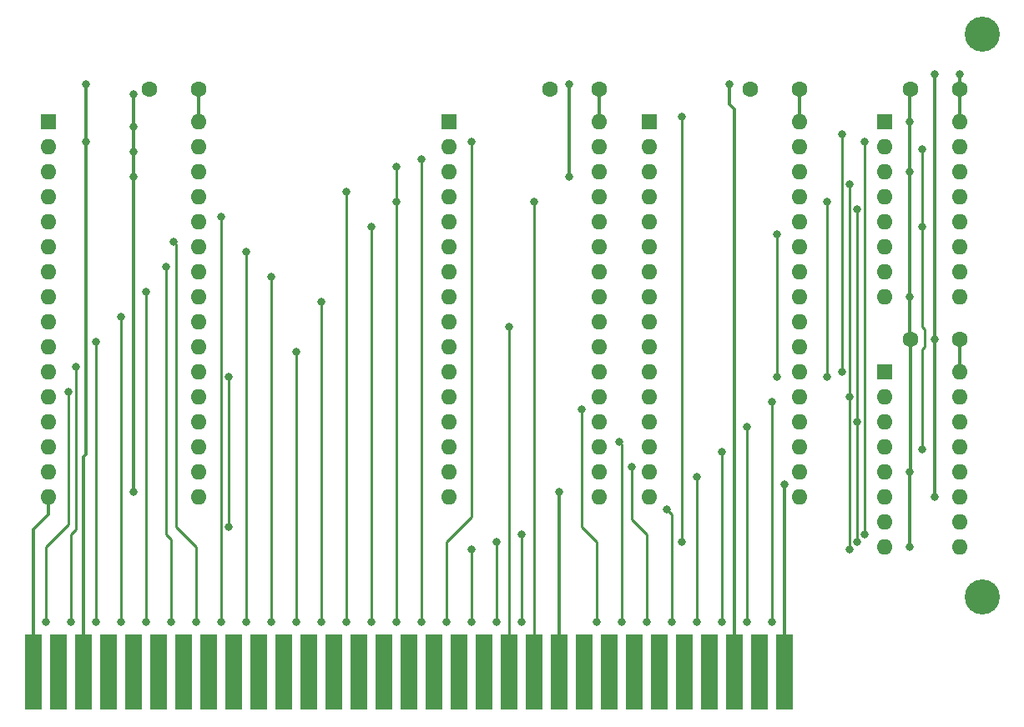
<source format=gbr>
G04 #@! TF.GenerationSoftware,KiCad,Pcbnew,(5.1.8)-1*
G04 #@! TF.CreationDate,2022-10-19T08:29:44-06:00*
G04 #@! TF.ProjectId,64k 640k,36346b20-3634-4306-9b2e-6b696361645f,rev?*
G04 #@! TF.SameCoordinates,Original*
G04 #@! TF.FileFunction,Copper,L2,Bot*
G04 #@! TF.FilePolarity,Positive*
%FSLAX46Y46*%
G04 Gerber Fmt 4.6, Leading zero omitted, Abs format (unit mm)*
G04 Created by KiCad (PCBNEW (5.1.8)-1) date 2022-10-19 08:29:44*
%MOMM*%
%LPD*%
G01*
G04 APERTURE LIST*
G04 #@! TA.AperFunction,ComponentPad*
%ADD10O,1.600000X1.600000*%
G04 #@! TD*
G04 #@! TA.AperFunction,ComponentPad*
%ADD11R,1.600000X1.600000*%
G04 #@! TD*
G04 #@! TA.AperFunction,ComponentPad*
%ADD12C,1.600000*%
G04 #@! TD*
G04 #@! TA.AperFunction,ConnectorPad*
%ADD13R,1.780000X7.620000*%
G04 #@! TD*
G04 #@! TA.AperFunction,ComponentPad*
%ADD14C,3.556000*%
G04 #@! TD*
G04 #@! TA.AperFunction,ViaPad*
%ADD15C,0.800000*%
G04 #@! TD*
G04 #@! TA.AperFunction,Conductor*
%ADD16C,0.250000*%
G04 #@! TD*
G04 #@! TA.AperFunction,Conductor*
%ADD17C,0.330200*%
G04 #@! TD*
G04 APERTURE END LIST*
D10*
G04 #@! TO.P,U1,32*
G04 #@! TO.N,VCC*
X102100380Y-73888600D03*
G04 #@! TO.P,U1,16*
G04 #@! TO.N,GND*
X86860380Y-111988600D03*
G04 #@! TO.P,U1,31*
G04 #@! TO.N,VCC*
X102100380Y-76428600D03*
G04 #@! TO.P,U1,15*
G04 #@! TO.N,/D2*
X86860380Y-109448600D03*
G04 #@! TO.P,U1,30*
G04 #@! TO.N,GND*
X102100380Y-78968600D03*
G04 #@! TO.P,U1,14*
G04 #@! TO.N,/D1*
X86860380Y-106908600D03*
G04 #@! TO.P,U1,29*
G04 #@! TO.N,/A14*
X102100380Y-81508600D03*
G04 #@! TO.P,U1,13*
G04 #@! TO.N,/D0*
X86860380Y-104368600D03*
G04 #@! TO.P,U1,28*
G04 #@! TO.N,/A13*
X102100380Y-84048600D03*
G04 #@! TO.P,U1,12*
G04 #@! TO.N,/A0*
X86860380Y-101828600D03*
G04 #@! TO.P,U1,27*
G04 #@! TO.N,/A8*
X102100380Y-86588600D03*
G04 #@! TO.P,U1,11*
G04 #@! TO.N,/A1*
X86860380Y-99288600D03*
G04 #@! TO.P,U1,26*
G04 #@! TO.N,/A9*
X102100380Y-89128600D03*
G04 #@! TO.P,U1,10*
G04 #@! TO.N,/A2*
X86860380Y-96748600D03*
G04 #@! TO.P,U1,25*
G04 #@! TO.N,/A11*
X102100380Y-91668600D03*
G04 #@! TO.P,U1,9*
G04 #@! TO.N,/A3*
X86860380Y-94208600D03*
G04 #@! TO.P,U1,24*
G04 #@! TO.N,/MRD*
X102100380Y-94208600D03*
G04 #@! TO.P,U1,8*
G04 #@! TO.N,/A4*
X86860380Y-91668600D03*
G04 #@! TO.P,U1,23*
G04 #@! TO.N,/A10*
X102100380Y-96748600D03*
G04 #@! TO.P,U1,7*
G04 #@! TO.N,/A5*
X86860380Y-89128600D03*
G04 #@! TO.P,U1,22*
G04 #@! TO.N,/64K_ROM_CS*
X102100380Y-99288600D03*
G04 #@! TO.P,U1,6*
G04 #@! TO.N,/A6*
X86860380Y-86588600D03*
G04 #@! TO.P,U1,21*
G04 #@! TO.N,/D7*
X102100380Y-101828600D03*
G04 #@! TO.P,U1,5*
G04 #@! TO.N,/A7*
X86860380Y-84048600D03*
G04 #@! TO.P,U1,20*
G04 #@! TO.N,/D6*
X102100380Y-104368600D03*
G04 #@! TO.P,U1,4*
G04 #@! TO.N,/A12*
X86860380Y-81508600D03*
G04 #@! TO.P,U1,19*
G04 #@! TO.N,/D5*
X102100380Y-106908600D03*
G04 #@! TO.P,U1,3*
G04 #@! TO.N,/A15*
X86860380Y-78968600D03*
G04 #@! TO.P,U1,18*
G04 #@! TO.N,/D4*
X102100380Y-109448600D03*
G04 #@! TO.P,U1,2*
G04 #@! TO.N,GND*
X86860380Y-76428600D03*
G04 #@! TO.P,U1,17*
G04 #@! TO.N,/D3*
X102100380Y-111988600D03*
D11*
G04 #@! TO.P,U1,1*
G04 #@! TO.N,GND*
X86860380Y-73888600D03*
G04 #@! TD*
D12*
G04 #@! TO.P,C1,2*
G04 #@! TO.N,VCC*
X102100380Y-70586600D03*
G04 #@! TO.P,C1,1*
G04 #@! TO.N,GND*
X97100380Y-70586600D03*
G04 #@! TD*
D10*
G04 #@! TO.P,U3,32*
G04 #@! TO.N,VCC*
X142740380Y-73888600D03*
G04 #@! TO.P,U3,16*
G04 #@! TO.N,GND*
X127500380Y-111988600D03*
G04 #@! TO.P,U3,31*
G04 #@! TO.N,/A15*
X142740380Y-76428600D03*
G04 #@! TO.P,U3,15*
G04 #@! TO.N,/D2*
X127500380Y-109448600D03*
G04 #@! TO.P,U3,30*
G04 #@! TO.N,VCC*
X142740380Y-78968600D03*
G04 #@! TO.P,U3,14*
G04 #@! TO.N,/D1*
X127500380Y-106908600D03*
G04 #@! TO.P,U3,29*
G04 #@! TO.N,/MWR*
X142740380Y-81508600D03*
G04 #@! TO.P,U3,13*
G04 #@! TO.N,/D0*
X127500380Y-104368600D03*
G04 #@! TO.P,U3,28*
G04 #@! TO.N,/A13*
X142740380Y-84048600D03*
G04 #@! TO.P,U3,12*
G04 #@! TO.N,/A0*
X127500380Y-101828600D03*
G04 #@! TO.P,U3,27*
G04 #@! TO.N,/A8*
X142740380Y-86588600D03*
G04 #@! TO.P,U3,11*
G04 #@! TO.N,/A1*
X127500380Y-99288600D03*
G04 #@! TO.P,U3,26*
G04 #@! TO.N,/A9*
X142740380Y-89128600D03*
G04 #@! TO.P,U3,10*
G04 #@! TO.N,/A2*
X127500380Y-96748600D03*
G04 #@! TO.P,U3,25*
G04 #@! TO.N,/A11*
X142740380Y-91668600D03*
G04 #@! TO.P,U3,9*
G04 #@! TO.N,/A3*
X127500380Y-94208600D03*
G04 #@! TO.P,U3,24*
G04 #@! TO.N,/MRD*
X142740380Y-94208600D03*
G04 #@! TO.P,U3,8*
G04 #@! TO.N,/A4*
X127500380Y-91668600D03*
G04 #@! TO.P,U3,23*
G04 #@! TO.N,/A10*
X142740380Y-96748600D03*
G04 #@! TO.P,U3,7*
G04 #@! TO.N,/A5*
X127500380Y-89128600D03*
G04 #@! TO.P,U3,22*
G04 #@! TO.N,/128K_CS*
X142740380Y-99288600D03*
G04 #@! TO.P,U3,6*
G04 #@! TO.N,/A6*
X127500380Y-86588600D03*
G04 #@! TO.P,U3,21*
G04 #@! TO.N,/D7*
X142740380Y-101828600D03*
G04 #@! TO.P,U3,5*
G04 #@! TO.N,/A7*
X127500380Y-84048600D03*
G04 #@! TO.P,U3,20*
G04 #@! TO.N,/D6*
X142740380Y-104368600D03*
G04 #@! TO.P,U3,4*
G04 #@! TO.N,/A12*
X127500380Y-81508600D03*
G04 #@! TO.P,U3,19*
G04 #@! TO.N,/D5*
X142740380Y-106908600D03*
G04 #@! TO.P,U3,3*
G04 #@! TO.N,/A14*
X127500380Y-78968600D03*
G04 #@! TO.P,U3,18*
G04 #@! TO.N,/D4*
X142740380Y-109448600D03*
G04 #@! TO.P,U3,2*
G04 #@! TO.N,/A16*
X127500380Y-76428600D03*
G04 #@! TO.P,U3,17*
G04 #@! TO.N,/D3*
X142740380Y-111988600D03*
D11*
G04 #@! TO.P,U3,1*
G04 #@! TO.N,Net-(U3-Pad1)*
X127500380Y-73888600D03*
G04 #@! TD*
D10*
G04 #@! TO.P,U4,32*
G04 #@! TO.N,VCC*
X163060380Y-73888600D03*
G04 #@! TO.P,U4,16*
G04 #@! TO.N,GND*
X147820380Y-111988600D03*
G04 #@! TO.P,U4,31*
G04 #@! TO.N,/A15*
X163060380Y-76428600D03*
G04 #@! TO.P,U4,15*
G04 #@! TO.N,/D2*
X147820380Y-109448600D03*
G04 #@! TO.P,U4,30*
G04 #@! TO.N,/A17*
X163060380Y-78968600D03*
G04 #@! TO.P,U4,14*
G04 #@! TO.N,/D1*
X147820380Y-106908600D03*
G04 #@! TO.P,U4,29*
G04 #@! TO.N,/MWR*
X163060380Y-81508600D03*
G04 #@! TO.P,U4,13*
G04 #@! TO.N,/D0*
X147820380Y-104368600D03*
G04 #@! TO.P,U4,28*
G04 #@! TO.N,/A13*
X163060380Y-84048600D03*
G04 #@! TO.P,U4,12*
G04 #@! TO.N,/A0*
X147820380Y-101828600D03*
G04 #@! TO.P,U4,27*
G04 #@! TO.N,/A8*
X163060380Y-86588600D03*
G04 #@! TO.P,U4,11*
G04 #@! TO.N,/A1*
X147820380Y-99288600D03*
G04 #@! TO.P,U4,26*
G04 #@! TO.N,/A9*
X163060380Y-89128600D03*
G04 #@! TO.P,U4,10*
G04 #@! TO.N,/A2*
X147820380Y-96748600D03*
G04 #@! TO.P,U4,25*
G04 #@! TO.N,/A11*
X163060380Y-91668600D03*
G04 #@! TO.P,U4,9*
G04 #@! TO.N,/A3*
X147820380Y-94208600D03*
G04 #@! TO.P,U4,24*
G04 #@! TO.N,/MRD*
X163060380Y-94208600D03*
G04 #@! TO.P,U4,8*
G04 #@! TO.N,/A4*
X147820380Y-91668600D03*
G04 #@! TO.P,U4,23*
G04 #@! TO.N,/A10*
X163060380Y-96748600D03*
G04 #@! TO.P,U4,7*
G04 #@! TO.N,/A5*
X147820380Y-89128600D03*
G04 #@! TO.P,U4,22*
G04 #@! TO.N,/512K_CS*
X163060380Y-99288600D03*
G04 #@! TO.P,U4,6*
G04 #@! TO.N,/A6*
X147820380Y-86588600D03*
G04 #@! TO.P,U4,21*
G04 #@! TO.N,/D7*
X163060380Y-101828600D03*
G04 #@! TO.P,U4,5*
G04 #@! TO.N,/A7*
X147820380Y-84048600D03*
G04 #@! TO.P,U4,20*
G04 #@! TO.N,/D6*
X163060380Y-104368600D03*
G04 #@! TO.P,U4,4*
G04 #@! TO.N,/A12*
X147820380Y-81508600D03*
G04 #@! TO.P,U4,19*
G04 #@! TO.N,/D5*
X163060380Y-106908600D03*
G04 #@! TO.P,U4,3*
G04 #@! TO.N,/A14*
X147820380Y-78968600D03*
G04 #@! TO.P,U4,18*
G04 #@! TO.N,/D4*
X163060380Y-109448600D03*
G04 #@! TO.P,U4,2*
G04 #@! TO.N,/A16*
X147820380Y-76428600D03*
G04 #@! TO.P,U4,17*
G04 #@! TO.N,/D3*
X163060380Y-111988600D03*
D11*
G04 #@! TO.P,U4,1*
G04 #@! TO.N,/A18*
X147820380Y-73888600D03*
G04 #@! TD*
D12*
G04 #@! TO.P,C6,2*
G04 #@! TO.N,VCC*
X179316380Y-95986600D03*
G04 #@! TO.P,C6,1*
G04 #@! TO.N,GND*
X174316380Y-95986600D03*
G04 #@! TD*
G04 #@! TO.P,C3,2*
G04 #@! TO.N,VCC*
X142740380Y-70586600D03*
G04 #@! TO.P,C3,1*
G04 #@! TO.N,GND*
X137740380Y-70586600D03*
G04 #@! TD*
D13*
G04 #@! TO.P,J9,31*
G04 #@! TO.N,GND*
X85336380Y-129768600D03*
G04 #@! TO.P,J9,30*
G04 #@! TO.N,/OSC88*
X87876380Y-129768600D03*
G04 #@! TO.P,J9,29*
G04 #@! TO.N,VCC*
X90416380Y-129768600D03*
G04 #@! TO.P,J9,28*
G04 #@! TO.N,/ALE*
X92956380Y-129768600D03*
G04 #@! TO.P,J9,27*
G04 #@! TO.N,/TC*
X95496380Y-129768600D03*
G04 #@! TO.P,J9,26*
G04 #@! TO.N,/DACK2*
X98036380Y-129768600D03*
G04 #@! TO.P,J9,25*
G04 #@! TO.N,/IRQ3*
X100576380Y-129768600D03*
G04 #@! TO.P,J9,24*
G04 #@! TO.N,/IRQ4*
X103116380Y-129768600D03*
G04 #@! TO.P,J9,23*
G04 #@! TO.N,/IRQ5*
X105656380Y-129768600D03*
G04 #@! TO.P,J9,22*
G04 #@! TO.N,/IRQ6*
X108196380Y-129768600D03*
G04 #@! TO.P,J9,21*
G04 #@! TO.N,/IRQ7*
X110736380Y-129768600D03*
G04 #@! TO.P,J9,20*
G04 #@! TO.N,/CLK88*
X113276380Y-129768600D03*
G04 #@! TO.P,J9,19*
G04 #@! TO.N,/REFRQ*
X115816380Y-129768600D03*
G04 #@! TO.P,J9,18*
G04 #@! TO.N,/DRQ1*
X118356380Y-129768600D03*
G04 #@! TO.P,J9,17*
G04 #@! TO.N,/DACK1*
X120896380Y-129768600D03*
G04 #@! TO.P,J9,16*
G04 #@! TO.N,/DRQ3*
X123436380Y-129768600D03*
G04 #@! TO.P,J9,15*
G04 #@! TO.N,/DACK3*
X125976380Y-129768600D03*
G04 #@! TO.P,J9,14*
G04 #@! TO.N,/IORD*
X128516380Y-129768600D03*
G04 #@! TO.P,J9,13*
G04 #@! TO.N,/IOWR*
X131056380Y-129768600D03*
G04 #@! TO.P,J9,12*
G04 #@! TO.N,/MRD*
X133596380Y-129768600D03*
G04 #@! TO.P,J9,11*
G04 #@! TO.N,/MWR*
X136136380Y-129768600D03*
G04 #@! TO.P,J9,10*
G04 #@! TO.N,GND*
X138676380Y-129768600D03*
G04 #@! TO.P,J9,9*
G04 #@! TO.N,/12+*
X141216380Y-129768600D03*
G04 #@! TO.P,J9,8*
G04 #@! TO.N,/NC*
X143756380Y-129768600D03*
G04 #@! TO.P,J9,7*
G04 #@! TO.N,/12-*
X146296380Y-129768600D03*
G04 #@! TO.P,J9,6*
G04 #@! TO.N,/DRQ2*
X148836380Y-129768600D03*
G04 #@! TO.P,J9,5*
G04 #@! TO.N,/5-*
X151376380Y-129768600D03*
G04 #@! TO.P,J9,4*
G04 #@! TO.N,/IRQ2*
X153916380Y-129768600D03*
G04 #@! TO.P,J9,3*
G04 #@! TO.N,VCC*
X156456380Y-129768600D03*
G04 #@! TO.P,J9,2*
G04 #@! TO.N,/RESOUT*
X158996380Y-129768600D03*
G04 #@! TO.P,J9,1*
G04 #@! TO.N,GND*
X161536380Y-129768600D03*
G04 #@! TD*
D14*
G04 #@! TO.P,R,1*
G04 #@! TO.N,/GND*
X181602380Y-122148600D03*
G04 #@! TD*
G04 #@! TO.P,R,1*
G04 #@! TO.N,N/C*
X181602380Y-64998600D03*
G04 #@! TD*
D10*
G04 #@! TO.P,U6,16*
G04 #@! TO.N,VCC*
X179316380Y-99288600D03*
G04 #@! TO.P,U6,8*
G04 #@! TO.N,GND*
X171696380Y-117068600D03*
G04 #@! TO.P,U6,15*
G04 #@! TO.N,Net-(U6-Pad15)*
X179316380Y-101828600D03*
G04 #@! TO.P,U6,7*
G04 #@! TO.N,/64K_ROM_CS*
X171696380Y-114528600D03*
G04 #@! TO.P,U6,14*
G04 #@! TO.N,Net-(U6-Pad14)*
X179316380Y-104368600D03*
G04 #@! TO.P,U6,6*
G04 #@! TO.N,VCC*
X171696380Y-111988600D03*
G04 #@! TO.P,U6,13*
G04 #@! TO.N,Net-(U6-Pad13)*
X179316380Y-106908600D03*
G04 #@! TO.P,U6,5*
G04 #@! TO.N,GND*
X171696380Y-109448600D03*
G04 #@! TO.P,U6,12*
G04 #@! TO.N,Net-(U6-Pad12)*
X179316380Y-109448600D03*
G04 #@! TO.P,U6,4*
G04 #@! TO.N,/UPPER_512K*
X171696380Y-106908600D03*
G04 #@! TO.P,U6,11*
G04 #@! TO.N,Net-(U6-Pad11)*
X179316380Y-111988600D03*
G04 #@! TO.P,U6,3*
G04 #@! TO.N,/A18*
X171696380Y-104368600D03*
G04 #@! TO.P,U6,10*
G04 #@! TO.N,Net-(U6-Pad10)*
X179316380Y-114528600D03*
G04 #@! TO.P,U6,2*
G04 #@! TO.N,/A17*
X171696380Y-101828600D03*
G04 #@! TO.P,U6,9*
G04 #@! TO.N,Net-(U6-Pad9)*
X179316380Y-117068600D03*
D11*
G04 #@! TO.P,U6,1*
G04 #@! TO.N,/A16*
X171696380Y-99288600D03*
G04 #@! TD*
D10*
G04 #@! TO.P,U5,16*
G04 #@! TO.N,VCC*
X179316380Y-73888600D03*
G04 #@! TO.P,U5,8*
G04 #@! TO.N,GND*
X171696380Y-91668600D03*
G04 #@! TO.P,U5,15*
G04 #@! TO.N,/UPPER_512K*
X179316380Y-76428600D03*
G04 #@! TO.P,U5,7*
G04 #@! TO.N,Net-(U5-Pad7)*
X171696380Y-89128600D03*
G04 #@! TO.P,U5,14*
G04 #@! TO.N,/A17*
X179316380Y-78968600D03*
G04 #@! TO.P,U5,6*
G04 #@! TO.N,Net-(U5-Pad6)*
X171696380Y-86588600D03*
G04 #@! TO.P,U5,13*
G04 #@! TO.N,/A18*
X179316380Y-81508600D03*
G04 #@! TO.P,U5,5*
G04 #@! TO.N,/UPPER_512K*
X171696380Y-84048600D03*
G04 #@! TO.P,U5,12*
G04 #@! TO.N,/128K_CS*
X179316380Y-84048600D03*
G04 #@! TO.P,U5,4*
G04 #@! TO.N,/512K_CS*
X171696380Y-81508600D03*
G04 #@! TO.P,U5,11*
G04 #@! TO.N,Net-(U5-Pad11)*
X179316380Y-86588600D03*
G04 #@! TO.P,U5,3*
G04 #@! TO.N,GND*
X171696380Y-78968600D03*
G04 #@! TO.P,U5,10*
G04 #@! TO.N,Net-(U5-Pad10)*
X179316380Y-89128600D03*
G04 #@! TO.P,U5,2*
G04 #@! TO.N,/A19*
X171696380Y-76428600D03*
G04 #@! TO.P,U5,9*
G04 #@! TO.N,Net-(U5-Pad9)*
X179316380Y-91668600D03*
D11*
G04 #@! TO.P,U5,1*
G04 #@! TO.N,GND*
X171696380Y-73888600D03*
G04 #@! TD*
D12*
G04 #@! TO.P,C5,2*
G04 #@! TO.N,VCC*
X179316380Y-70586600D03*
G04 #@! TO.P,C5,1*
G04 #@! TO.N,GND*
X174316380Y-70586600D03*
G04 #@! TD*
G04 #@! TO.P,C4,2*
G04 #@! TO.N,VCC*
X163060380Y-70586600D03*
G04 #@! TO.P,C4,1*
G04 #@! TO.N,GND*
X158060380Y-70586600D03*
G04 #@! TD*
D15*
G04 #@! TO.N,/D7*
X160266380Y-124688600D03*
X160266380Y-102336600D03*
G04 #@! TO.N,/D6*
X157726380Y-124688600D03*
X157726380Y-104876600D03*
G04 #@! TO.N,/D5*
X155186380Y-124688600D03*
X155186380Y-107416600D03*
G04 #@! TO.N,/D4*
X152646380Y-124688600D03*
X152646380Y-109956600D03*
G04 #@! TO.N,/D3*
X150106380Y-124688600D03*
X149598380Y-113258600D03*
G04 #@! TO.N,/D2*
X147566380Y-124688600D03*
X146042380Y-108940600D03*
G04 #@! TO.N,/D1*
X145026380Y-124688600D03*
X144772380Y-106400600D03*
G04 #@! TO.N,/D0*
X142486380Y-124688600D03*
X140962380Y-103098600D03*
G04 #@! TO.N,/A19*
X134866380Y-124688600D03*
X169664380Y-75920600D03*
X169664380Y-115798600D03*
X134866380Y-115798600D03*
G04 #@! TO.N,/A18*
X132326380Y-124688600D03*
X168902380Y-82778600D03*
X168902380Y-116560600D03*
X132326380Y-116560600D03*
X151122380Y-116560600D03*
X151122380Y-73380600D03*
X168902380Y-104368600D03*
G04 #@! TO.N,/A17*
X129786380Y-124688600D03*
X168140380Y-80238600D03*
X168140380Y-117322600D03*
X129786380Y-117322600D03*
X168140380Y-101828600D03*
G04 #@! TO.N,/A16*
X127246380Y-124688600D03*
X129786380Y-75920600D03*
X167378380Y-75158600D03*
X167378380Y-99288600D03*
G04 #@! TO.N,/A15*
X124706380Y-124688600D03*
X124706380Y-77698600D03*
G04 #@! TO.N,/A14*
X122166380Y-124688600D03*
X122166390Y-78460600D03*
X122166380Y-82016600D03*
G04 #@! TO.N,/A13*
X119626380Y-124688600D03*
X119626380Y-84556600D03*
G04 #@! TO.N,/A12*
X117086380Y-124688600D03*
X117086380Y-81000600D03*
G04 #@! TO.N,/A11*
X114546380Y-124688600D03*
X114546380Y-92176600D03*
G04 #@! TO.N,/A10*
X112006380Y-124688600D03*
X112006380Y-97256600D03*
G04 #@! TO.N,/A9*
X109466380Y-124688600D03*
X109466380Y-89636600D03*
G04 #@! TO.N,/A8*
X106926380Y-124688600D03*
X106926380Y-87096574D03*
G04 #@! TO.N,/A7*
X104386380Y-124688600D03*
X104386380Y-83540600D03*
G04 #@! TO.N,/A6*
X101846380Y-124688600D03*
X99560380Y-86080600D03*
G04 #@! TO.N,/A5*
X99306380Y-124688600D03*
X98798380Y-88620600D03*
G04 #@! TO.N,/A4*
X96766380Y-124688600D03*
X96766380Y-91160600D03*
G04 #@! TO.N,/A3*
X94226380Y-124688600D03*
X94226380Y-93700600D03*
G04 #@! TO.N,/A2*
X91686380Y-124688600D03*
X91686380Y-96240600D03*
G04 #@! TO.N,/A1*
X89146380Y-124688600D03*
X89654380Y-98780600D03*
G04 #@! TO.N,/A0*
X86606380Y-124688600D03*
X88892380Y-101320600D03*
G04 #@! TO.N,/MWR*
X136136380Y-82016600D03*
G04 #@! TO.N,/MRD*
X133596380Y-94716600D03*
G04 #@! TO.N,/512K_CS*
X165854380Y-99796600D03*
X165854380Y-82016600D03*
G04 #@! TO.N,/UPPER_512K*
X175506380Y-84556600D03*
X175506380Y-107162600D03*
X175506380Y-76682600D03*
G04 #@! TO.N,/128K_CS*
X160774380Y-99796600D03*
X160774380Y-85318600D03*
G04 #@! TO.N,VCC*
X179316380Y-69062600D03*
X176776380Y-69062600D03*
X176776380Y-95986600D03*
X155948380Y-70078600D03*
X139692380Y-70078600D03*
X139692380Y-79476600D03*
X90670380Y-70078600D03*
X176776380Y-111988600D03*
X90670380Y-75920600D03*
G04 #@! TO.N,GND*
X161536380Y-110718600D03*
X138676380Y-111480600D03*
X174236380Y-109448600D03*
X174236384Y-117068600D03*
X174236380Y-91668600D03*
X174236380Y-73888600D03*
X174236380Y-78968600D03*
X95496380Y-111480600D03*
X95496380Y-76936600D03*
X95496380Y-79476600D03*
X95496380Y-71094600D03*
X95496380Y-74396600D03*
G04 #@! TO.N,/64K_ROM_CS*
X105148380Y-115036600D03*
X105148380Y-99796600D03*
G04 #@! TD*
D16*
G04 #@! TO.N,/D7*
X160266380Y-124688600D02*
X160266380Y-102336600D01*
G04 #@! TO.N,/D6*
X157726380Y-124688600D02*
X157726380Y-104876600D01*
G04 #@! TO.N,/D5*
X155186380Y-124688600D02*
X155186380Y-107416600D01*
G04 #@! TO.N,/D4*
X152646380Y-124688600D02*
X152646380Y-109956600D01*
G04 #@! TO.N,/D3*
X150106380Y-124688600D02*
X150106380Y-113766600D01*
X150106380Y-113766600D02*
X149598380Y-113258600D01*
G04 #@! TO.N,/D2*
X147566380Y-124688600D02*
X147566380Y-115798600D01*
X147566380Y-115798600D02*
X146042380Y-114274600D01*
X146042380Y-114274600D02*
X146042380Y-108940600D01*
G04 #@! TO.N,/D1*
X145026380Y-124688600D02*
X145026380Y-106654600D01*
X145026380Y-106654600D02*
X144772380Y-106400600D01*
G04 #@! TO.N,/D0*
X142486380Y-124688600D02*
X142486380Y-116560600D01*
X142486380Y-116560600D02*
X140962380Y-115036600D01*
X140962380Y-115036600D02*
X140962380Y-103098600D01*
G04 #@! TO.N,/A19*
X169664380Y-115798600D02*
X169664380Y-75920600D01*
X134866380Y-115798600D02*
X134866380Y-124688600D01*
G04 #@! TO.N,/A18*
X168902380Y-82778600D02*
X168902380Y-104368600D01*
X151122380Y-116560600D02*
X151122380Y-73380600D01*
X132326380Y-116560600D02*
X132326380Y-124688600D01*
X168902380Y-104368600D02*
X168902380Y-116560600D01*
G04 #@! TO.N,/A17*
X129786380Y-124688600D02*
X129786380Y-117322600D01*
X168140380Y-80238600D02*
X168140380Y-101828600D01*
X168140380Y-117322600D02*
X168140380Y-101828600D01*
G04 #@! TO.N,/A16*
X127246380Y-124688600D02*
X127246380Y-116560600D01*
X127246380Y-116560600D02*
X129786380Y-114020600D01*
X129786380Y-114020600D02*
X129786380Y-75920600D01*
X167378380Y-75158600D02*
X167378380Y-99288600D01*
G04 #@! TO.N,/A15*
X124706380Y-124688600D02*
X124706380Y-77698600D01*
G04 #@! TO.N,/A14*
X122166380Y-124688600D02*
X122166380Y-78460610D01*
X122166380Y-78460610D02*
X122166390Y-78460600D01*
G04 #@! TO.N,/A13*
X119626380Y-124688600D02*
X119626380Y-84556600D01*
G04 #@! TO.N,/A12*
X117086380Y-124688600D02*
X117086380Y-81000600D01*
G04 #@! TO.N,/A11*
X114546380Y-124688600D02*
X114546380Y-92176600D01*
G04 #@! TO.N,/A10*
X112006380Y-124688600D02*
X112006380Y-97256600D01*
G04 #@! TO.N,/A9*
X109466380Y-124688600D02*
X109466380Y-89636600D01*
G04 #@! TO.N,/A8*
X106926380Y-124688600D02*
X106926380Y-87096574D01*
G04 #@! TO.N,/A7*
X104386380Y-124688600D02*
X104386380Y-83540600D01*
G04 #@! TO.N,/A6*
X101846380Y-124688600D02*
X101846380Y-117068600D01*
X101846380Y-117068600D02*
X99814380Y-115036600D01*
X99814380Y-115036600D02*
X99814380Y-86334600D01*
X99814380Y-86334600D02*
X99560380Y-86080600D01*
G04 #@! TO.N,/A5*
X99306380Y-124688600D02*
X99306380Y-116306600D01*
X99306380Y-116306600D02*
X98798380Y-115798600D01*
X98798380Y-115798600D02*
X98798380Y-88620600D01*
G04 #@! TO.N,/A4*
X96766380Y-124688600D02*
X96766380Y-91160600D01*
G04 #@! TO.N,/A3*
X94226380Y-124688600D02*
X94226380Y-93700600D01*
G04 #@! TO.N,/A2*
X91686380Y-124688600D02*
X91686380Y-96240600D01*
G04 #@! TO.N,/A1*
X89146380Y-124688600D02*
X89146380Y-115798600D01*
X89146380Y-115798600D02*
X89654380Y-115290600D01*
X89654380Y-115290600D02*
X89654380Y-98780600D01*
G04 #@! TO.N,/A0*
X86606380Y-124688600D02*
X86606380Y-117068600D01*
X86606380Y-117068600D02*
X88892380Y-114782600D01*
X88892380Y-114782600D02*
X88892380Y-101320600D01*
G04 #@! TO.N,/MWR*
X136136380Y-129768600D02*
X136136380Y-82016600D01*
G04 #@! TO.N,/MRD*
X133596380Y-129768600D02*
X133596380Y-94716600D01*
G04 #@! TO.N,/512K_CS*
X165854380Y-82016600D02*
X165854380Y-99796600D01*
G04 #@! TO.N,/UPPER_512K*
X175506380Y-97002600D02*
X175506380Y-107162600D01*
X175760380Y-96748600D02*
X175506380Y-97002600D01*
X175760380Y-94970600D02*
X175760380Y-96748600D01*
X175506380Y-94716600D02*
X175760380Y-94970600D01*
X175506380Y-84556600D02*
X175506380Y-94716600D01*
X175506380Y-84556600D02*
X175506380Y-76682600D01*
G04 #@! TO.N,/128K_CS*
X160774380Y-99796600D02*
X160774380Y-85318600D01*
D17*
G04 #@! TO.N,VCC*
X179316380Y-69062600D02*
X179316380Y-70586600D01*
X179316380Y-70586600D02*
X179316380Y-73888600D01*
X176776380Y-69062600D02*
X176776380Y-95986600D01*
X179316380Y-95986600D02*
X179316380Y-99288600D01*
X156456380Y-72618600D02*
X155948380Y-72110600D01*
X155948380Y-72110600D02*
X155948380Y-70078600D01*
X156456380Y-129768600D02*
X156456380Y-72618600D01*
X142740380Y-70586600D02*
X142740380Y-73918600D01*
X163060380Y-70586600D02*
X163060380Y-73918600D01*
X139692380Y-70078600D02*
X139692380Y-79476600D01*
X102100380Y-70586600D02*
X102100380Y-73888600D01*
X176776380Y-95986600D02*
X176776380Y-111988600D01*
X90670380Y-107670600D02*
X90670380Y-75920600D01*
X90416380Y-129768600D02*
X90416380Y-107924600D01*
X90670380Y-70078600D02*
X90670380Y-75920600D01*
X90416380Y-107924600D02*
X90670380Y-107670600D01*
G04 #@! TO.N,GND*
X85336380Y-129768600D02*
X85336380Y-115290600D01*
X86860380Y-113766600D02*
X86860380Y-111988600D01*
X85336380Y-115290600D02*
X86860380Y-113766600D01*
X161536380Y-129768600D02*
X161536380Y-110718600D01*
X138676380Y-111480600D02*
X138676380Y-129768600D01*
X174236380Y-70666600D02*
X174316380Y-70586600D01*
X174236380Y-95732600D02*
X174236380Y-70666600D01*
X174316380Y-95812600D02*
X174236380Y-95732600D01*
X174316380Y-95986600D02*
X174316380Y-95812600D01*
X174316380Y-109368600D02*
X174236380Y-109448600D01*
X174316380Y-95986600D02*
X174316380Y-109368600D01*
X174236380Y-109448600D02*
X174236380Y-117068596D01*
X174236380Y-117068596D02*
X174236384Y-117068600D01*
X97100380Y-70586600D02*
X97100380Y-70666600D01*
X97100380Y-70586600D02*
X97100380Y-70760600D01*
X97100380Y-70760600D02*
X97020380Y-70840600D01*
X95496380Y-111480600D02*
X95496380Y-79476600D01*
X95496380Y-79476600D02*
X95496380Y-76936600D01*
X95496380Y-71094600D02*
X95496380Y-74396600D01*
X95496380Y-76936600D02*
X95496380Y-74396600D01*
D16*
G04 #@! TO.N,/64K_ROM_CS*
X105148380Y-115036600D02*
X105148380Y-99796600D01*
G04 #@! TD*
M02*

</source>
